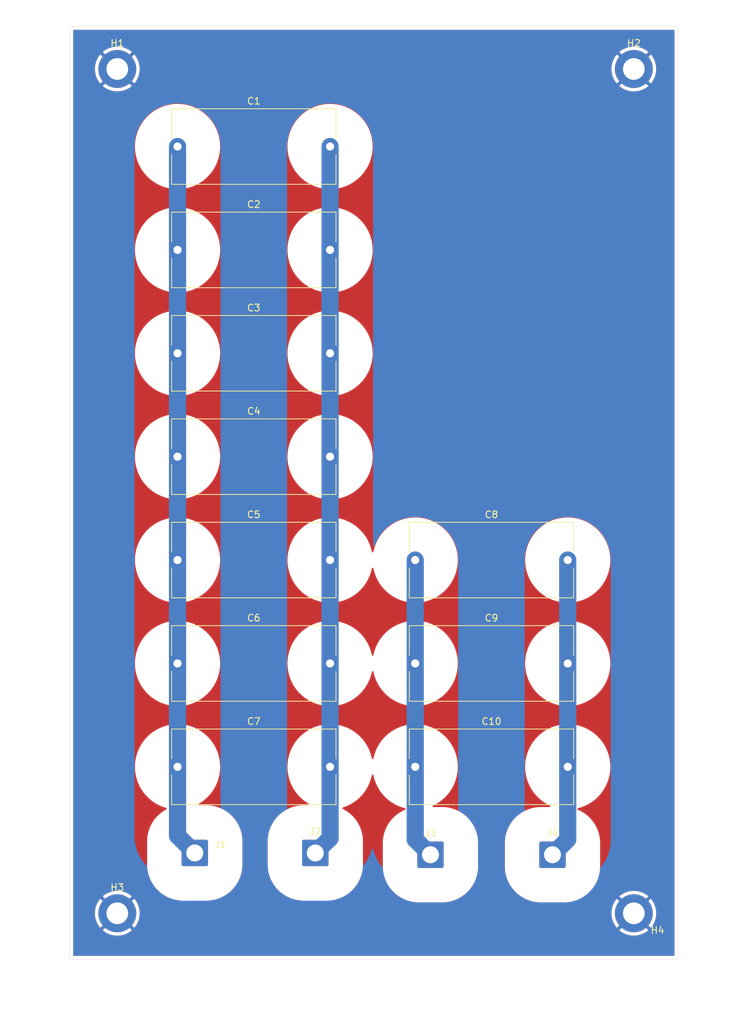
<source format=kicad_pcb>
(kicad_pcb (version 20240108) (generator "pcbnew") (generator_version "8.0")
  (layers (0 "F.Cu" signal) (31 "B.Cu" signal) (34 "B.Paste" user) (35 "F.Paste" user) (36 "B.SilkS" user "B.Silkscreen") (37 "F.SilkS" user "F.Silkscreen") (38 "B.Mask" user) (39 "F.Mask" user) (44 "Edge.Cuts" user))
  (net 0 "")
  (net 1 "Net-(J1-Pin_1)")
  (net 2 "Net-(J2-Pin_1)")
  (net 3 "Net-(J3-Pin_1)")
  (net 4 "Net-(J4-Pin_1)")
  (net 5 "GND")
  (footprint "Capacitor_THT:C_Rect_L24.0mm_W10.9mm_P22.50mm_MKT" (layer "F.Cu") (at 59.69 99.06)
    (property "Reference" "C5" (at 11.25 -6.7 0) (layer "F.SilkS"))
    (property "Value" "C")
    (fp_line (start -0.87 -5.57) (end -0.87 -1.185) (stroke (width 0.12)) (layer "F.SilkS"))
    (fp_line (start -0.87 -5.57) (end 23.37 -5.57) (stroke (width 0.12)) (layer "F.SilkS"))
    (fp_line (start -0.87 1.185) (end -0.87 5.57) (stroke (width 0.12)) (layer "F.SilkS"))
    (fp_line (start -0.87 5.57) (end 23.37 5.57) (stroke (width 0.12)) (layer "F.SilkS"))
    (fp_line (start 23.37 -5.57) (end 23.37 -1.185) (stroke (width 0.12)) (layer "F.SilkS"))
    (fp_line (start 23.37 1.185) (end 23.37 5.57) (stroke (width 0.12)) (layer "F.SilkS"))
    (pad "1" thru_hole circle (at 0 0) (size 2.4 2.4) (drill 1.2) (layers "*.Cu" "*.Mask") (net 1 "Net-(J1-Pin_1)"))
    (pad "2" thru_hole circle (at 22.5 0) (size 2.4 2.4) (drill 1.2) (layers "*.Cu" "*.Mask") (net 2 "Net-(J2-Pin_1)"))
  )
  (footprint "MountingHole:MountingHole_3.2mm_M3_DIN965_Pad_TopBottom" (layer "F.Cu") (at 127 26.67)
    (property "Reference" "H2" (at 0 -3.8 0) (layer "F.SilkS"))
    (property "Value" "MountingHole_Pad")
    (pad "1" thru_hole circle (at 0 0) (size 3.6 3.6) (drill 3.2) (layers "*.Cu" "*.Mask") (net 5 "GND"))
    (pad "1" connect circle (at 0 0) (size 5.6 5.6) (layers "F.Cu" "F.Mask") (net 5 "GND"))
    (pad "1" connect circle (at 0 0) (size 5.6 5.6) (layers "B.Cu" "B.Mask") (net 5 "GND"))
  )
  (footprint "MountingHole:MountingHole_3.2mm_M3_DIN965_Pad_TopBottom" (layer "F.Cu") (at 127 151.13)
    (property "Reference" "H4" (at 3.5 2.5 0) (layer "F.SilkS"))
    (property "Value" "MountingHole_Pad")
    (pad "1" thru_hole circle (at 0 0) (size 3.6 3.6) (drill 3.2) (layers "*.Cu" "*.Mask") (net 5 "GND"))
    (pad "1" connect circle (at 0 0) (size 5.6 5.6) (layers "F.Cu" "F.Mask") (net 5 "GND"))
    (pad "1" connect circle (at 0 0) (size 5.6 5.6) (layers "B.Cu" "B.Mask") (net 5 "GND"))
  )
  (footprint "Connector_Wire:SolderWire-2sqmm_1x01_D2mm_OD3.9mm" (layer "F.Cu") (at 115 142.5)
    (property "Reference" "J4" (at 0 -3.15 0) (layer "F.SilkS"))
    (property "Value" "Conn_01x01_Pin")
    (pad "1" thru_hole roundrect (at 0 0) (size 3.9 3.9) (drill 2.5) (layers "*.Cu" "*.Mask") (roundrect_rratio 0.064103) (net 4 "Net-(J4-Pin_1)"))
  )
  (footprint "MountingHole:MountingHole_3.2mm_M3_DIN965_Pad_TopBottom" (layer "F.Cu") (at 50.8 151.13)
    (property "Reference" "H3" (at 0 -3.8 0) (layer "F.SilkS"))
    (property "Value" "MountingHole_Pad")
    (pad "1" thru_hole circle (at 0 0) (size 3.6 3.6) (drill 3.2) (layers "*.Cu" "*.Mask") (net 5 "GND"))
    (pad "1" connect circle (at 0 0) (size 5.6 5.6) (layers "F.Cu" "F.Mask") (net 5 "GND"))
    (pad "1" connect circle (at 0 0) (size 5.6 5.6) (layers "B.Cu" "B.Mask") (net 5 "GND"))
  )
  (footprint "Connector_Wire:SolderWire-2sqmm_1x01_D2mm_OD3.9mm" (layer "F.Cu") (at 80.01 142.24)
    (property "Reference" "J2" (at 0 -3.15 0) (layer "F.SilkS"))
    (property "Value" "Conn_01x01_Pin")
    (pad "1" thru_hole roundrect (at 0 0) (size 3.9 3.9) (drill 2.5) (layers "*.Cu" "*.Mask") (roundrect_rratio 0.064103) (net 2 "Net-(J2-Pin_1)"))
  )
  (footprint "Capacitor_THT:C_Rect_L24.0mm_W10.9mm_P22.50mm_MKT" (layer "F.Cu") (at 59.69 68.58)
    (property "Reference" "C3" (at 11.25 -6.7 0) (layer "F.SilkS"))
    (property "Value" "C")
    (fp_line (start -0.87 -5.57) (end -0.87 -1.185) (stroke (width 0.12)) (layer "F.SilkS"))
    (fp_line (start -0.87 -5.57) (end 23.37 -5.57) (stroke (width 0.12)) (layer "F.SilkS"))
    (fp_line (start -0.87 1.185) (end -0.87 5.57) (stroke (width 0.12)) (layer "F.SilkS"))
    (fp_line (start -0.87 5.57) (end 23.37 5.57) (stroke (width 0.12)) (layer "F.SilkS"))
    (fp_line (start 23.37 -5.57) (end 23.37 -1.185) (stroke (width 0.12)) (layer "F.SilkS"))
    (fp_line (start 23.37 1.185) (end 23.37 5.57) (stroke (width 0.12)) (layer "F.SilkS"))
    (pad "1" thru_hole circle (at 0 0) (size 2.4 2.4) (drill 1.2) (layers "*.Cu" "*.Mask") (net 1 "Net-(J1-Pin_1)"))
    (pad "2" thru_hole circle (at 22.5 0) (size 2.4 2.4) (drill 1.2) (layers "*.Cu" "*.Mask") (net 2 "Net-(J2-Pin_1)"))
  )
  (footprint "Capacitor_THT:C_Rect_L24.0mm_W10.9mm_P22.50mm_MKT" (layer "F.Cu") (at 59.69 83.82)
    (property "Reference" "C4" (at 11.25 -6.7 0) (layer "F.SilkS"))
    (property "Value" "C")
    (fp_line (start -0.87 -5.57) (end -0.87 -1.185) (stroke (width 0.12)) (layer "F.SilkS"))
    (fp_line (start -0.87 -5.57) (end 23.37 -5.57) (stroke (width 0.12)) (layer "F.SilkS"))
    (fp_line (start -0.87 1.185) (end -0.87 5.57) (stroke (width 0.12)) (layer "F.SilkS"))
    (fp_line (start -0.87 5.57) (end 23.37 5.57) (stroke (width 0.12)) (layer "F.SilkS"))
    (fp_line (start 23.37 -5.57) (end 23.37 -1.185) (stroke (width 0.12)) (layer "F.SilkS"))
    (fp_line (start 23.37 1.185) (end 23.37 5.57) (stroke (width 0.12)) (layer "F.SilkS"))
    (pad "1" thru_hole circle (at 0 0) (size 2.4 2.4) (drill 1.2) (layers "*.Cu" "*.Mask") (net 1 "Net-(J1-Pin_1)"))
    (pad "2" thru_hole circle (at 22.5 0) (size 2.4 2.4) (drill 1.2) (layers "*.Cu" "*.Mask") (net 2 "Net-(J2-Pin_1)"))
  )
  (footprint "Connector_Wire:SolderWire-2sqmm_1x01_D2mm_OD3.9mm" (layer "F.Cu") (at 97 142.5)
    (property "Reference" "J3" (at 0 -3.15 0) (layer "F.SilkS"))
    (property "Value" "Conn_01x01_Pin")
    (pad "1" thru_hole roundrect (at 0 0) (size 3.9 3.9) (drill 2.5) (layers "*.Cu" "*.Mask") (roundrect_rratio 0.064103) (net 3 "Net-(J3-Pin_1)"))
  )
  (footprint "Capacitor_THT:C_Rect_L24.0mm_W10.9mm_P22.50mm_MKT" (layer "F.Cu") (at 94.75 129.54)
    (property "Reference" "C10" (at 11.25 -6.7 0) (layer "F.SilkS"))
    (property "Value" "C")
    (fp_line (start -0.87 -5.57) (end -0.87 -1.185) (stroke (width 0.12)) (layer "F.SilkS"))
    (fp_line (start -0.87 -5.57) (end 23.37 -5.57) (stroke (width 0.12)) (layer "F.SilkS"))
    (fp_line (start -0.87 1.185) (end -0.87 5.57) (stroke (width 0.12)) (layer "F.SilkS"))
    (fp_line (start -0.87 5.57) (end 23.37 5.57) (stroke (width 0.12)) (layer "F.SilkS"))
    (fp_line (start 23.37 -5.57) (end 23.37 -1.185) (stroke (width 0.12)) (layer "F.SilkS"))
    (fp_line (start 23.37 1.185) (end 23.37 5.57) (stroke (width 0.12)) (layer "F.SilkS"))
    (pad "1" thru_hole circle (at 0 0) (size 2.4 2.4) (drill 1.2) (layers "*.Cu" "*.Mask") (net 3 "Net-(J3-Pin_1)"))
    (pad "2" thru_hole circle (at 22.5 0) (size 2.4 2.4) (drill 1.2) (layers "*.Cu" "*.Mask") (net 4 "Net-(J4-Pin_1)"))
  )
  (footprint "Capacitor_THT:C_Rect_L24.0mm_W10.9mm_P22.50mm_MKT" (layer "F.Cu") (at 94.75 114.3)
    (property "Reference" "C9" (at 11.25 -6.7 0) (layer "F.SilkS"))
    (property "Value" "C")
    (fp_line (start -0.87 -5.57) (end -0.87 -1.185) (stroke (width 0.12)) (layer "F.SilkS"))
    (fp_line (start -0.87 -5.57) (end 23.37 -5.57) (stroke (width 0.12)) (layer "F.SilkS"))
    (fp_line (start -0.87 1.185) (end -0.87 5.57) (stroke (width 0.12)) (layer "F.SilkS"))
    (fp_line (start -0.87 5.57) (end 23.37 5.57) (stroke (width 0.12)) (layer "F.SilkS"))
    (fp_line (start 23.37 -5.57) (end 23.37 -1.185) (stroke (width 0.12)) (layer "F.SilkS"))
    (fp_line (start 23.37 1.185) (end 23.37 5.57) (stroke (width 0.12)) (layer "F.SilkS"))
    (pad "1" thru_hole circle (at 0 0) (size 2.4 2.4) (drill 1.2) (layers "*.Cu" "*.Mask") (net 3 "Net-(J3-Pin_1)"))
    (pad "2" thru_hole circle (at 22.5 0) (size 2.4 2.4) (drill 1.2) (layers "*.Cu" "*.Mask") (net 4 "Net-(J4-Pin_1)"))
  )
  (footprint "Capacitor_THT:C_Rect_L24.0mm_W10.9mm_P22.50mm_MKT" (layer "F.Cu") (at 59.69 38.1)
    (property "Reference" "C1" (at 11.25 -6.7 0) (layer "F.SilkS"))
    (property "Value" "C")
    (fp_line (start -0.87 -5.57) (end -0.87 -1.185) (stroke (width 0.12)) (layer "F.SilkS"))
    (fp_line (start -0.87 -5.57) (end 23.37 -5.57) (stroke (width 0.12)) (layer "F.SilkS"))
    (fp_line (start -0.87 1.185) (end -0.87 5.57) (stroke (width 0.12)) (layer "F.SilkS"))
    (fp_line (start -0.87 5.57) (end 23.37 5.57) (stroke (width 0.12)) (layer "F.SilkS"))
    (fp_line (start 23.37 -5.57) (end 23.37 -1.185) (stroke (width 0.12)) (layer "F.SilkS"))
    (fp_line (start 23.37 1.185) (end 23.37 5.57) (stroke (width 0.12)) (layer "F.SilkS"))
    (pad "1" thru_hole circle (at 0 0) (size 2.4 2.4) (drill 1.2) (layers "*.Cu" "*.Mask") (net 1 "Net-(J1-Pin_1)"))
    (pad "2" thru_hole circle (at 22.5 0) (size 2.4 2.4) (drill 1.2) (layers "*.Cu" "*.Mask") (net 2 "Net-(J2-Pin_1)"))
  )
  (footprint "Capacitor_THT:C_Rect_L24.0mm_W10.9mm_P22.50mm_MKT" (layer "F.Cu") (at 94.75 99.06)
    (property "Reference" "C8" (at 11.25 -6.7 0) (layer "F.SilkS"))
    (property "Value" "C")
    (fp_line (start -0.87 -5.57) (end -0.87 -1.185) (stroke (width 0.12)) (layer "F.SilkS"))
    (fp_line (start -0.87 -5.57) (end 23.37 -5.57) (stroke (width 0.12)) (layer "F.SilkS"))
    (fp_line (start -0.87 1.185) (end -0.87 5.57) (stroke (width 0.12)) (layer "F.SilkS"))
    (fp_line (start -0.87 5.57) (end 23.37 5.57) (stroke (width 0.12)) (layer "F.SilkS"))
    (fp_line (start 23.37 -5.57) (end 23.37 -1.185) (stroke (width 0.12)) (layer "F.SilkS"))
    (fp_line (start 23.37 1.185) (end 23.37 5.57) (stroke (width 0.12)) (layer "F.SilkS"))
    (pad "1" thru_hole circle (at 0 0) (size 2.4 2.4) (drill 1.2) (layers "*.Cu" "*.Mask") (net 3 "Net-(J3-Pin_1)"))
    (pad "2" thru_hole circle (at 22.5 0) (size 2.4 2.4) (drill 1.2) (layers "*.Cu" "*.Mask") (net 4 "Net-(J4-Pin_1)"))
  )
  (footprint "Connector_Wire:SolderWire-2sqmm_1x01_D2mm_OD3.9mm" (layer "F.Cu") (at 62.23 142.24)
    (property "Reference" "J1" (at 3.77 -1.24 0) (layer "F.SilkS"))
    (property "Value" "Conn_01x01_Pin")
    (pad "1" thru_hole roundrect (at 0 0) (size 3.9 3.9) (drill 2.5) (layers "*.Cu" "*.Mask") (roundrect_rratio 0.064103) (net 1 "Net-(J1-Pin_1)"))
  )
  (footprint "Capacitor_THT:C_Rect_L24.0mm_W10.9mm_P22.50mm_MKT" (layer "F.Cu") (at 59.69 114.3)
    (property "Reference" "C6" (at 11.25 -6.7 0) (layer "F.SilkS"))
    (property "Value" "C")
    (fp_line (start -0.87 -5.57) (end -0.87 -1.185) (stroke (width 0.12)) (layer "F.SilkS"))
    (fp_line (start -0.87 -5.57) (end 23.37 -5.57) (stroke (width 0.12)) (layer "F.SilkS"))
    (fp_line (start -0.87 1.185) (end -0.87 5.57) (stroke (width 0.12)) (layer "F.SilkS"))
    (fp_line (start -0.87 5.57) (end 23.37 5.57) (stroke (width 0.12)) (layer "F.SilkS"))
    (fp_line (start 23.37 -5.57) (end 23.37 -1.185) (stroke (width 0.12)) (layer "F.SilkS"))
    (fp_line (start 23.37 1.185) (end 23.37 5.57) (stroke (width 0.12)) (layer "F.SilkS"))
    (pad "1" thru_hole circle (at 0 0) (size 2.4 2.4) (drill 1.2) (layers "*.Cu" "*.Mask") (net 1 "Net-(J1-Pin_1)"))
    (pad "2" thru_hole circle (at 22.5 0) (size 2.4 2.4) (drill 1.2) (layers "*.Cu" "*.Mask") (net 2 "Net-(J2-Pin_1)"))
  )
  (footprint "MountingHole:MountingHole_3.2mm_M3_DIN965_Pad_TopBottom" (layer "F.Cu") (at 50.8 26.67)
    (property "Reference" "H1" (at 0 -3.8 0) (layer "F.SilkS"))
    (property "Value" "MountingHole_Pad")
    (pad "1" thru_hole circle (at 0 0) (size 3.6 3.6) (drill 3.2) (layers "*.Cu" "*.Mask") (net 5 "GND"))
    (pad "1" connect circle (at 0 0) (size 5.6 5.6) (layers "F.Cu" "F.Mask") (net 5 "GND"))
    (pad "1" connect circle (at 0 0) (size 5.6 5.6) (layers "B.Cu" "B.Mask") (net 5 "GND"))
  )
  (footprint "Capacitor_THT:C_Rect_L24.0mm_W10.9mm_P22.50mm_MKT" (layer "F.Cu") (at 59.69 129.54)
    (property "Reference" "C7" (at 11.25 -6.7 0) (layer "F.SilkS"))
    (property "Value" "C")
    (fp_line (start -0.87 -5.57) (end -0.87 -1.185) (stroke (width 0.12)) (layer "F.SilkS"))
    (fp_line (start -0.87 -5.57) (end 23.37 -5.57) (stroke (width 0.12)) (layer "F.SilkS"))
    (fp_line (start -0.87 1.185) (end -0.87 5.57) (stroke (width 0.12)) (layer "F.SilkS"))
    (fp_line (start -0.87 5.57) (end 23.37 5.57) (stroke (width 0.12)) (layer "F.SilkS"))
    (fp_line (start 23.37 -5.57) (end 23.37 -1.185) (stroke (width 0.12)) (layer "F.SilkS"))
    (fp_line (start 23.37 1.185) (end 23.37 5.57) (stroke (width 0.12)) (layer "F.SilkS"))
    (pad "1" thru_hole circle (at 0 0) (size 2.4 2.4) (drill 1.2) (layers "*.Cu" "*.Mask") (net 1 "Net-(J1-Pin_1)"))
    (pad "2" thru_hole circle (at 22.5 0) (size 2.4 2.4) (drill 1.2) (layers "*.Cu" "*.Mask") (net 2 "Net-(J2-Pin_1)"))
  )
  (footprint "Capacitor_THT:C_Rect_L24.0mm_W10.9mm_P22.50mm_MKT" (layer "F.Cu") (at 59.69 53.34)
    (property "Reference" "C2" (at 11.25 -6.7 0) (layer "F.SilkS"))
    (property "Value" "C")
    (fp_line (start -0.87 -5.57) (end -0.87 -1.185) (stroke (width 0.12)) (layer "F.SilkS"))
    (fp_line (start -0.87 -5.57) (end 23.37 -5.57) (stroke (width 0.12)) (layer "F.SilkS"))
    (fp_line (start -0.87 1.185) (end -0.87 5.57) (stroke (width 0.12)) (layer "F.SilkS"))
    (fp_line (start -0.87 5.57) (end 23.37 5.57) (stroke (width 0.12)) (layer "F.SilkS"))
    (fp_line (start 23.37 -5.57) (end 23.37 -1.185) (stroke (width 0.12)) (layer "F.SilkS"))
    (fp_line (start 23.37 1.185) (end 23.37 5.57) (stroke (width 0.12)) (layer "F.SilkS"))
    (pad "1" thru_hole circle (at 0 0) (size 2.4 2.4) (drill 1.2) (layers "*.Cu" "*.Mask") (net 1 "Net-(J1-Pin_1)"))
    (pad "2" thru_hole circle (at 22.5 0) (size 2.4 2.4) (drill 1.2) (layers "*.Cu" "*.Mask") (net 2 "Net-(J2-Pin_1)"))
  )
  (gr_rect (start 43.8 20.4) (end 133.5 157.9) (stroke (width 0.05)) (fill none) (layer "Edge.Cuts"))
  (segment (start 59.69 38.1) (end 59.69 53.34) (width 2.54) (layer "B.Cu") (net 1))
  (segment (start 59.69 68.58) (end 59.69 83.82) (width 2.54) (layer "B.Cu") (net 1))
  (segment (start 59.69 129.54) (end 59.69 139.7) (width 2.54) (layer "B.Cu") (net 1))
  (segment (start 59.69 99.06) (end 59.69 114.3) (width 2.54) (layer "B.Cu") (net 1))
  (segment (start 59.69 83.82) (end 59.69 99.06) (width 2.54) (layer "B.Cu") (net 1))
  (segment (start 59.69 53.34) (end 59.69 68.58) (width 2.54) (layer "B.Cu") (net 1))
  (segment (start 59.69 114.3) (end 59.69 129.54) (width 2.54) (layer "B.Cu") (net 1))
  (segment (start 59.69 139.7) (end 62.23 142.24) (width 2.54) (layer "B.Cu") (net 1))
  (segment (start 82.19 68.58) (end 82.19 99.06) (width 2.54) (layer "B.Cu") (net 2))
  (segment (start 82.19 38.1) (end 82.19 53.34) (width 2.54) (layer "B.Cu") (net 2))
  (segment (start 82.19 140.06) (end 80.01 142.24) (width 2.54) (layer "B.Cu") (net 2))
  (segment (start 82.19 99.06) (end 82.19 140.06) (width 2.54) (layer "B.Cu") (net 2))
  (segment (start 82.19 53.34) (end 82.19 68.58) (width 2.54) (layer "B.Cu") (net 2))
  (segment (start 94.75 140.25) (end 97 142.5) (width 2.54) (layer "B.Cu") (net 3))
  (segment (start 94.75 99.06) (end 94.75 140.25) (width 2.54) (layer "B.Cu") (net 3))
  (segment (start 117.25 140.25) (end 115 142.5) (width 2.54) (layer "B.Cu") (net 4))
  (segment (start 117.25 99.06) (end 117.25 140.25) (width 2.54) (layer "B.Cu") (net 4))
  (zone (net 5) (net_name "GND") (layers "F&B.Cu") (connect_pads (clearance 5.08)) (min_thickness 0.25) (fill yes (thermal_gap 0.5) (thermal_bridge_width 0.5))
    (polygon (pts (xy 33.5 16.5) (xy 143 16.5) (xy 144 167.5) (xy 35.5 167.5)))
  )
)
</source>
